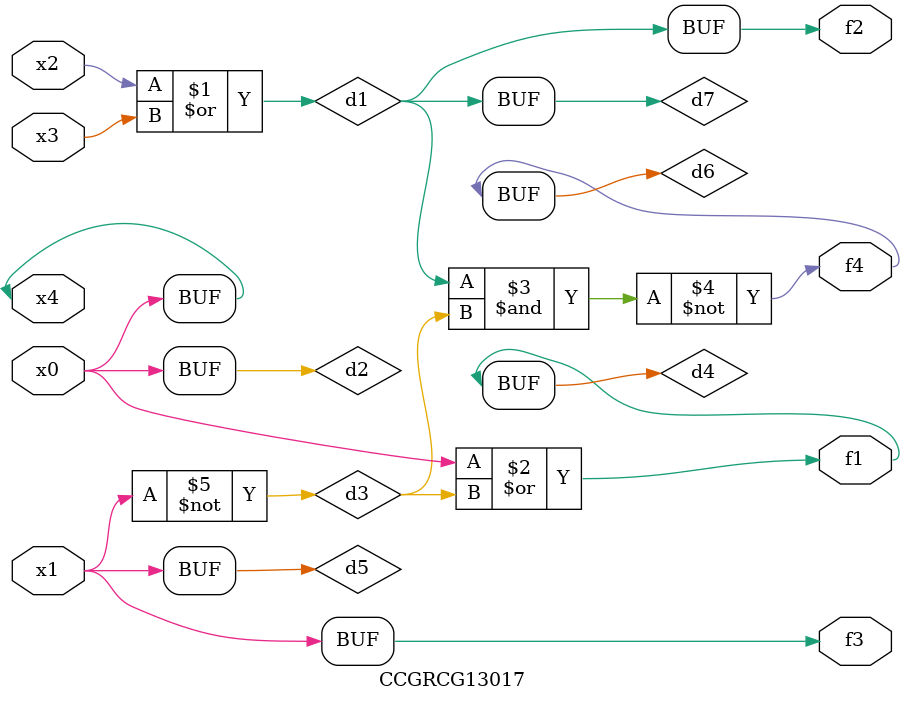
<source format=v>
module CCGRCG13017(
	input x0, x1, x2, x3, x4,
	output f1, f2, f3, f4
);

	wire d1, d2, d3, d4, d5, d6, d7;

	or (d1, x2, x3);
	buf (d2, x0, x4);
	not (d3, x1);
	or (d4, d2, d3);
	not (d5, d3);
	nand (d6, d1, d3);
	or (d7, d1);
	assign f1 = d4;
	assign f2 = d7;
	assign f3 = d5;
	assign f4 = d6;
endmodule

</source>
